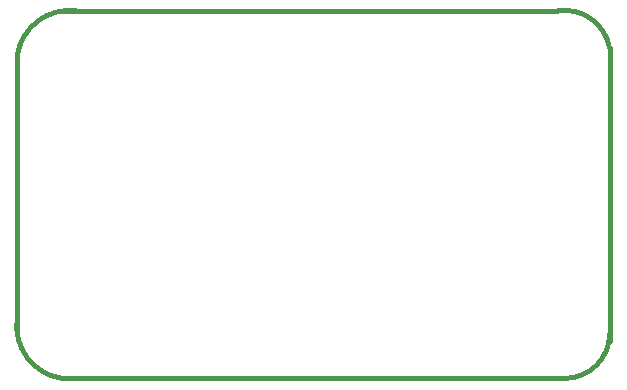
<source format=gm1>
G04 #@! TF.FileFunction,Profile,NP*
%FSLAX46Y46*%
G04 Gerber Fmt 4.6, Leading zero omitted, Abs format (unit mm)*
G04 Created by KiCad (PCBNEW (2015-07-09 BZR 5913, Git 33e1797)-product) date 29/10/2015 17:07:08*
%MOMM*%
G01*
G04 APERTURE LIST*
%ADD10C,0.150000*%
%ADD11C,0.381000*%
G04 APERTURE END LIST*
D10*
D11*
X88265000Y-59055000D02*
X88265000Y-60325000D01*
X88265000Y-59055000D02*
G75*
G03X83820000Y-55880000I-3810000J-635000D01*
G01*
X84455000Y-86995000D02*
G75*
G03X88265000Y-83185000I0J3810000D01*
G01*
X38100000Y-81915000D02*
G75*
G03X41910000Y-86995000I4445000J-635000D01*
G01*
X43180000Y-55880000D02*
G75*
G03X38100000Y-59690000I-635000J-4445000D01*
G01*
X38100000Y-83185000D02*
X38100000Y-59690000D01*
X88265000Y-83820000D02*
X88265000Y-59690000D01*
X41910000Y-86995000D02*
X84455000Y-86995000D01*
X41910000Y-55880000D02*
X83820000Y-55880000D01*
M02*

</source>
